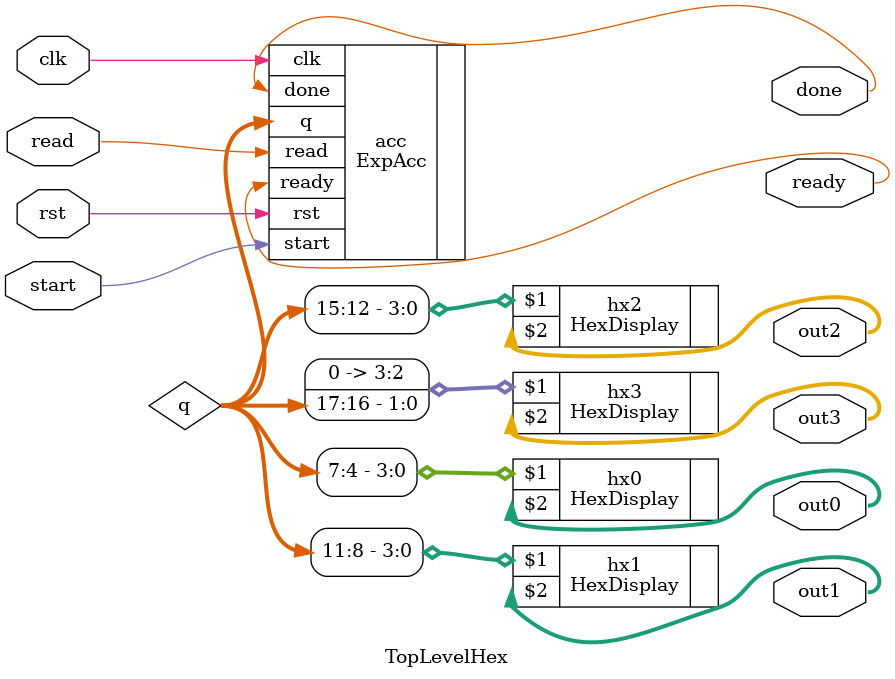
<source format=v>
module TopLevelHex(
    input start, read, clk, rst,
    output ready, done,
    output [6:0] out0, out1, out2, out3
);
    reg [17:0] q;

    ExpAcc acc(.done(done), .start(start), .clk(clk), .rst(rst), .read(read), .ready(ready), .q(q));

    HexDisplay hx0(q[7:4], out0);
    HexDisplay hx1(q[11:8], out1);
    HexDisplay hx2(q[15:12], out2);
    HexDisplay hx3({2'b00, q[17:16]}, out3);
endmodule

</source>
